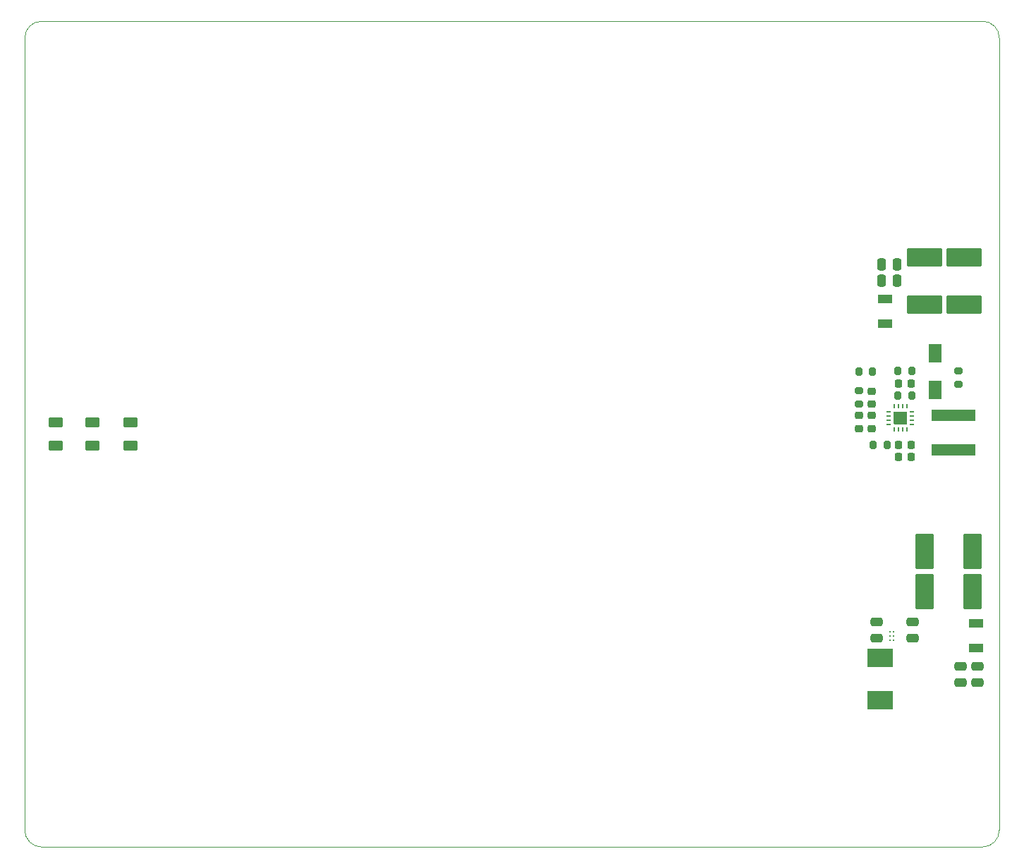
<source format=gbp>
G04 #@! TF.GenerationSoftware,KiCad,Pcbnew,(6.0.11)*
G04 #@! TF.CreationDate,2024-03-31T18:21:24-04:00*
G04 #@! TF.ProjectId,Ultrasonic Sound Steering - Driver Rev. C,556c7472-6173-46f6-9e69-6320536f756e,rev?*
G04 #@! TF.SameCoordinates,Original*
G04 #@! TF.FileFunction,Paste,Bot*
G04 #@! TF.FilePolarity,Positive*
%FSLAX46Y46*%
G04 Gerber Fmt 4.6, Leading zero omitted, Abs format (unit mm)*
G04 Created by KiCad (PCBNEW (6.0.11)) date 2024-03-31 18:21:24*
%MOMM*%
%LPD*%
G01*
G04 APERTURE LIST*
G04 Aperture macros list*
%AMRoundRect*
0 Rectangle with rounded corners*
0 $1 Rounding radius*
0 $2 $3 $4 $5 $6 $7 $8 $9 X,Y pos of 4 corners*
0 Add a 4 corners polygon primitive as box body*
4,1,4,$2,$3,$4,$5,$6,$7,$8,$9,$2,$3,0*
0 Add four circle primitives for the rounded corners*
1,1,$1+$1,$2,$3*
1,1,$1+$1,$4,$5*
1,1,$1+$1,$6,$7*
1,1,$1+$1,$8,$9*
0 Add four rect primitives between the rounded corners*
20,1,$1+$1,$2,$3,$4,$5,0*
20,1,$1+$1,$4,$5,$6,$7,0*
20,1,$1+$1,$6,$7,$8,$9,0*
20,1,$1+$1,$8,$9,$2,$3,0*%
G04 Aperture macros list end*
G04 #@! TA.AperFunction,Profile*
%ADD10C,0.100000*%
G04 #@! TD*
%ADD11RoundRect,0.250000X0.625000X-0.375000X0.625000X0.375000X-0.625000X0.375000X-0.625000X-0.375000X0*%
%ADD12RoundRect,0.271085X1.853915X-0.853915X1.853915X0.853915X-1.853915X0.853915X-1.853915X-0.853915X0*%
%ADD13RoundRect,0.250000X0.250000X0.475000X-0.250000X0.475000X-0.250000X-0.475000X0.250000X-0.475000X0*%
%ADD14RoundRect,0.200000X-0.200000X-0.275000X0.200000X-0.275000X0.200000X0.275000X-0.200000X0.275000X0*%
%ADD15R,5.308600X1.397000*%
%ADD16RoundRect,0.225000X0.250000X-0.225000X0.250000X0.225000X-0.250000X0.225000X-0.250000X-0.225000X0*%
%ADD17RoundRect,0.271085X-0.853915X-1.853915X0.853915X-1.853915X0.853915X1.853915X-0.853915X1.853915X0*%
%ADD18RoundRect,0.250000X0.475000X-0.250000X0.475000X0.250000X-0.475000X0.250000X-0.475000X-0.250000X0*%
%ADD19RoundRect,0.200000X0.275000X-0.200000X0.275000X0.200000X-0.275000X0.200000X-0.275000X-0.200000X0*%
%ADD20RoundRect,0.200000X0.200000X0.275000X-0.200000X0.275000X-0.200000X-0.275000X0.200000X-0.275000X0*%
%ADD21R,3.048000X2.286000*%
%ADD22C,0.250000*%
%ADD23RoundRect,0.225000X-0.250000X0.225000X-0.250000X-0.225000X0.250000X-0.225000X0.250000X0.225000X0*%
%ADD24R,1.803400X1.117600*%
%ADD25R,0.240000X0.599999*%
%ADD26R,0.599999X0.240000*%
%ADD27R,1.570000X2.260000*%
%ADD28RoundRect,0.250000X-0.475000X0.250000X-0.475000X-0.250000X0.475000X-0.250000X0.475000X0.250000X0*%
%ADD29RoundRect,0.225000X-0.225000X-0.250000X0.225000X-0.250000X0.225000X0.250000X-0.225000X0.250000X0*%
G04 APERTURE END LIST*
D10*
X312719114Y-47450000D02*
X312714900Y-142595786D01*
X312719100Y-47450000D02*
G75*
G03*
X310719114Y-45450000I-2000000J0D01*
G01*
X195723314Y-142595786D02*
G75*
G03*
X197723328Y-144595786I1999986J-14D01*
G01*
X195723328Y-142595786D02*
X195723328Y-47454213D01*
X197723328Y-45454213D02*
X310719114Y-45450000D01*
X310714900Y-144595786D02*
X197723328Y-144595786D01*
X310714900Y-144595800D02*
G75*
G03*
X312714900Y-142595786I0J2000000D01*
G01*
X197723328Y-45454228D02*
G75*
G03*
X195723328Y-47454213I-28J-1999972D01*
G01*
G36*
X301572570Y-92315894D02*
G01*
X301581295Y-92318541D01*
X301589334Y-92322836D01*
X301596380Y-92328620D01*
X301602163Y-92335666D01*
X301606458Y-92343705D01*
X301609105Y-92352430D01*
X301609999Y-92361500D01*
X301609999Y-93818500D01*
X301609105Y-93827570D01*
X301606458Y-93836295D01*
X301602163Y-93844334D01*
X301596380Y-93851380D01*
X301589334Y-93857164D01*
X301581295Y-93861459D01*
X301572570Y-93864106D01*
X301563499Y-93865000D01*
X300106500Y-93865000D01*
X300097429Y-93864106D01*
X300088704Y-93861459D01*
X300080665Y-93857164D01*
X300073619Y-93851380D01*
X300067836Y-93844334D01*
X300063541Y-93836295D01*
X300060894Y-93827570D01*
X300060000Y-93818500D01*
X300060000Y-92361500D01*
X300060894Y-92352430D01*
X300063541Y-92343705D01*
X300067836Y-92335666D01*
X300073619Y-92328620D01*
X300080665Y-92322836D01*
X300088704Y-92318541D01*
X300097429Y-92315894D01*
X300106500Y-92315000D01*
X301563499Y-92315000D01*
X301572570Y-92315894D01*
G37*
D11*
X199450000Y-96410000D03*
X199450000Y-93610000D03*
D12*
X303720000Y-79510000D03*
X303720000Y-73785000D03*
D13*
X300480000Y-74640000D03*
X298580000Y-74640000D03*
D14*
X297595000Y-96290000D03*
X299245000Y-96290000D03*
D15*
X307210000Y-96942800D03*
X307210000Y-92777200D03*
D16*
X295910000Y-94362500D03*
X295910000Y-92812500D03*
D17*
X303775000Y-109150000D03*
X309500000Y-109150000D03*
D18*
X308020000Y-124830000D03*
X308020000Y-122930000D03*
X310100000Y-124830000D03*
X310100000Y-122930000D03*
D19*
X295910000Y-91452500D03*
X295910000Y-89802500D03*
D14*
X295835000Y-87480000D03*
X297485000Y-87480000D03*
D11*
X208400000Y-96400000D03*
X208400000Y-93600000D03*
D20*
X302205000Y-90397500D03*
X300555000Y-90397500D03*
D17*
X303775000Y-113950000D03*
X309500000Y-113950000D03*
D21*
X298393200Y-121920000D03*
X298393200Y-127000000D03*
D22*
X300060000Y-118790000D03*
X299560000Y-118790000D03*
X300060000Y-119290000D03*
X299560000Y-119290000D03*
X300060000Y-119790000D03*
X299560000Y-119790000D03*
D11*
X203875000Y-96400000D03*
X203875000Y-93600000D03*
D23*
X297370000Y-92812500D03*
X297370000Y-94362500D03*
D24*
X299030000Y-81798600D03*
X299030000Y-78801400D03*
D25*
X301585001Y-94490000D03*
X301085002Y-94490000D03*
X300585000Y-94490000D03*
X300085001Y-94490000D03*
D26*
X299435000Y-93839998D03*
X299435000Y-93340000D03*
X299435000Y-92839998D03*
X299435000Y-92339999D03*
D25*
X300085001Y-91690000D03*
X300585000Y-91690000D03*
X301085002Y-91690000D03*
X301585001Y-91690000D03*
D26*
X302234999Y-92339999D03*
X302234999Y-92839998D03*
X302234999Y-93340000D03*
X302234999Y-93839998D03*
D27*
X305035000Y-85340000D03*
X305035000Y-89690000D03*
D16*
X297370000Y-91402500D03*
X297370000Y-89852500D03*
D14*
X300555000Y-87477500D03*
X302205000Y-87477500D03*
D28*
X302320000Y-117600000D03*
X302320000Y-119500000D03*
D29*
X300605000Y-88937500D03*
X302155000Y-88937500D03*
D19*
X307840000Y-89065000D03*
X307840000Y-87415000D03*
D29*
X300605000Y-97790000D03*
X302155000Y-97790000D03*
X300605000Y-96327500D03*
X302155000Y-96327500D03*
D28*
X297990000Y-117600000D03*
X297990000Y-119500000D03*
D24*
X309930000Y-120738600D03*
X309930000Y-117741400D03*
D12*
X308525000Y-79510000D03*
X308525000Y-73785000D03*
D13*
X300480000Y-76600000D03*
X298580000Y-76600000D03*
M02*

</source>
